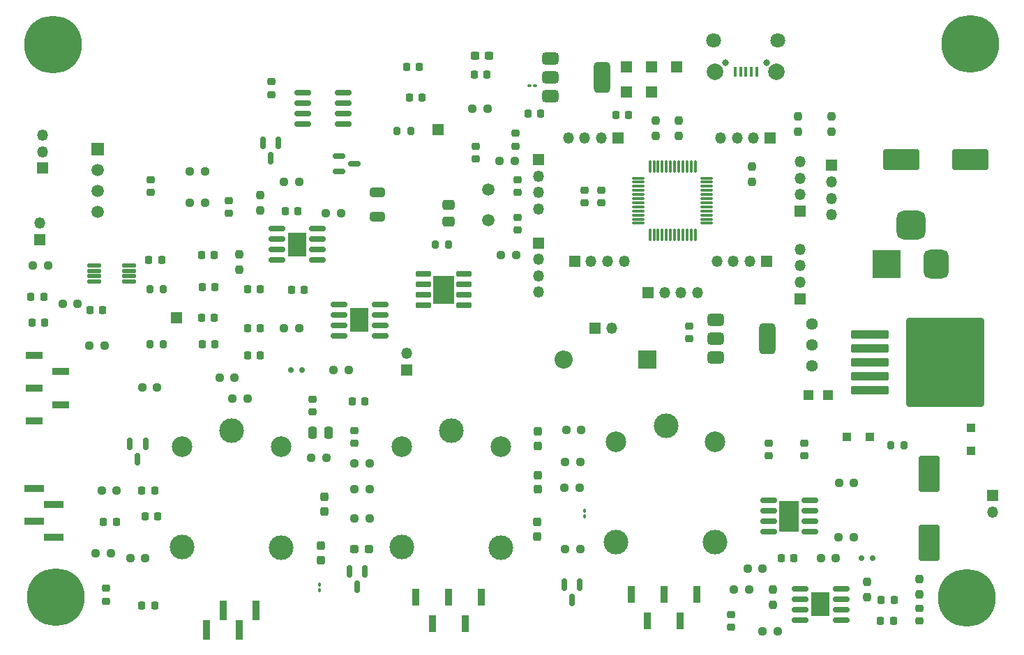
<source format=gbr>
%TF.GenerationSoftware,KiCad,Pcbnew,8.0.4*%
%TF.CreationDate,2024-09-30T00:09:27+07:00*%
%TF.ProjectId,Schematic_editted,53636865-6d61-4746-9963-5f6564697474,rev?*%
%TF.SameCoordinates,Original*%
%TF.FileFunction,Soldermask,Top*%
%TF.FilePolarity,Negative*%
%FSLAX46Y46*%
G04 Gerber Fmt 4.6, Leading zero omitted, Abs format (unit mm)*
G04 Created by KiCad (PCBNEW 8.0.4) date 2024-09-30 00:09:27*
%MOMM*%
%LPD*%
G01*
G04 APERTURE LIST*
G04 Aperture macros list*
%AMRoundRect*
0 Rectangle with rounded corners*
0 $1 Rounding radius*
0 $2 $3 $4 $5 $6 $7 $8 $9 X,Y pos of 4 corners*
0 Add a 4 corners polygon primitive as box body*
4,1,4,$2,$3,$4,$5,$6,$7,$8,$9,$2,$3,0*
0 Add four circle primitives for the rounded corners*
1,1,$1+$1,$2,$3*
1,1,$1+$1,$4,$5*
1,1,$1+$1,$6,$7*
1,1,$1+$1,$8,$9*
0 Add four rect primitives between the rounded corners*
20,1,$1+$1,$2,$3,$4,$5,0*
20,1,$1+$1,$4,$5,$6,$7,0*
20,1,$1+$1,$6,$7,$8,$9,0*
20,1,$1+$1,$8,$9,$2,$3,0*%
G04 Aperture macros list end*
%ADD10R,1.350000X1.350000*%
%ADD11O,1.350000X1.350000*%
%ADD12RoundRect,0.237500X-0.250000X-0.237500X0.250000X-0.237500X0.250000X0.237500X-0.250000X0.237500X0*%
%ADD13RoundRect,0.225000X0.250000X-0.225000X0.250000X0.225000X-0.250000X0.225000X-0.250000X-0.225000X0*%
%ADD14RoundRect,0.200000X-0.200000X-0.275000X0.200000X-0.275000X0.200000X0.275000X-0.200000X0.275000X0*%
%ADD15RoundRect,0.150000X-0.150000X0.587500X-0.150000X-0.587500X0.150000X-0.587500X0.150000X0.587500X0*%
%ADD16RoundRect,0.225000X-0.225000X-0.250000X0.225000X-0.250000X0.225000X0.250000X-0.225000X0.250000X0*%
%ADD17R,2.290000X3.000000*%
%ADD18RoundRect,0.150000X-0.825000X-0.150000X0.825000X-0.150000X0.825000X0.150000X-0.825000X0.150000X0*%
%ADD19R,1.500000X1.500000*%
%ADD20C,1.500000*%
%ADD21RoundRect,0.075000X-0.662500X-0.075000X0.662500X-0.075000X0.662500X0.075000X-0.662500X0.075000X0*%
%ADD22RoundRect,0.075000X-0.075000X-0.662500X0.075000X-0.662500X0.075000X0.662500X-0.075000X0.662500X0*%
%ADD23RoundRect,0.225000X-0.250000X0.225000X-0.250000X-0.225000X0.250000X-0.225000X0.250000X0.225000X0*%
%ADD24RoundRect,0.218750X-0.218750X-0.256250X0.218750X-0.256250X0.218750X0.256250X-0.218750X0.256250X0*%
%ADD25C,1.800000*%
%ADD26C,2.000000*%
%ADD27R,0.450000X1.300000*%
%ADD28C,0.800000*%
%ADD29RoundRect,0.237500X0.250000X0.237500X-0.250000X0.237500X-0.250000X-0.237500X0.250000X-0.237500X0*%
%ADD30RoundRect,0.237500X0.237500X-0.250000X0.237500X0.250000X-0.237500X0.250000X-0.237500X-0.250000X0*%
%ADD31RoundRect,0.237500X-0.237500X0.287500X-0.237500X-0.287500X0.237500X-0.287500X0.237500X0.287500X0*%
%ADD32RoundRect,0.237500X-0.237500X0.250000X-0.237500X-0.250000X0.237500X-0.250000X0.237500X0.250000X0*%
%ADD33RoundRect,0.218750X0.218750X0.256250X-0.218750X0.256250X-0.218750X-0.256250X0.218750X-0.256250X0*%
%ADD34RoundRect,0.150000X-0.587500X-0.150000X0.587500X-0.150000X0.587500X0.150000X-0.587500X0.150000X0*%
%ADD35R,2.200000X2.200000*%
%ADD36O,2.200000X2.200000*%
%ADD37R,0.900000X2.000000*%
%ADD38RoundRect,0.100000X-0.100000X0.130000X-0.100000X-0.130000X0.100000X-0.130000X0.100000X0.130000X0*%
%ADD39RoundRect,0.250000X1.000000X-1.950000X1.000000X1.950000X-1.000000X1.950000X-1.000000X-1.950000X0*%
%ADD40RoundRect,0.237500X0.287500X0.237500X-0.287500X0.237500X-0.287500X-0.237500X0.287500X-0.237500X0*%
%ADD41R,1.200000X1.250000*%
%ADD42C,3.000000*%
%ADD43C,2.500000*%
%ADD44RoundRect,0.225000X0.225000X0.250000X-0.225000X0.250000X-0.225000X-0.250000X0.225000X-0.250000X0*%
%ADD45RoundRect,0.100000X-0.130000X-0.100000X0.130000X-0.100000X0.130000X0.100000X-0.130000X0.100000X0*%
%ADD46RoundRect,0.200000X0.200000X0.275000X-0.200000X0.275000X-0.200000X-0.275000X0.200000X-0.275000X0*%
%ADD47RoundRect,0.250000X-0.250000X-0.475000X0.250000X-0.475000X0.250000X0.475000X-0.250000X0.475000X0*%
%ADD48R,0.850000X2.350000*%
%ADD49RoundRect,0.375000X-0.625000X-0.375000X0.625000X-0.375000X0.625000X0.375000X-0.625000X0.375000X0*%
%ADD50RoundRect,0.500000X-0.500000X-1.400000X0.500000X-1.400000X0.500000X1.400000X-0.500000X1.400000X0*%
%ADD51RoundRect,0.250000X-0.650000X0.325000X-0.650000X-0.325000X0.650000X-0.325000X0.650000X0.325000X0*%
%ADD52C,7.000000*%
%ADD53RoundRect,0.237500X0.300000X0.237500X-0.300000X0.237500X-0.300000X-0.237500X0.300000X-0.237500X0*%
%ADD54RoundRect,0.125000X0.687500X0.125000X-0.687500X0.125000X-0.687500X-0.125000X0.687500X-0.125000X0*%
%ADD55RoundRect,0.218750X-0.256250X0.218750X-0.256250X-0.218750X0.256250X-0.218750X0.256250X0.218750X0*%
%ADD56RoundRect,0.237500X0.237500X-0.287500X0.237500X0.287500X-0.237500X0.287500X-0.237500X-0.287500X0*%
%ADD57RoundRect,0.150000X-0.150000X-0.200000X0.150000X-0.200000X0.150000X0.200000X-0.150000X0.200000X0*%
%ADD58R,2.620000X3.510000*%
%ADD59RoundRect,0.150000X-0.820000X-0.150000X0.820000X-0.150000X0.820000X0.150000X-0.820000X0.150000X0*%
%ADD60R,2.350000X0.850000*%
%ADD61C,1.440000*%
%ADD62RoundRect,0.150000X0.150000X0.200000X-0.150000X0.200000X-0.150000X-0.200000X0.150000X-0.200000X0*%
%ADD63RoundRect,0.218750X0.256250X-0.218750X0.256250X0.218750X-0.256250X0.218750X-0.256250X-0.218750X0*%
%ADD64RoundRect,0.250000X-2.050000X-0.300000X2.050000X-0.300000X2.050000X0.300000X-2.050000X0.300000X0*%
%ADD65RoundRect,0.250002X-4.449998X-5.149998X4.449998X-5.149998X4.449998X5.149998X-4.449998X5.149998X0*%
%ADD66RoundRect,0.250000X0.300000X-0.300000X0.300000X0.300000X-0.300000X0.300000X-0.300000X-0.300000X0*%
%ADD67R,2.410000X3.810000*%
%ADD68RoundRect,0.250000X-0.300000X-0.300000X0.300000X-0.300000X0.300000X0.300000X-0.300000X0.300000X0*%
%ADD69RoundRect,0.250000X0.475000X-0.337500X0.475000X0.337500X-0.475000X0.337500X-0.475000X-0.337500X0*%
%ADD70R,2.000000X0.900000*%
%ADD71RoundRect,0.875000X0.875000X0.875000X-0.875000X0.875000X-0.875000X-0.875000X0.875000X-0.875000X0*%
%ADD72RoundRect,0.750000X0.750000X1.000000X-0.750000X1.000000X-0.750000X-1.000000X0.750000X-1.000000X0*%
%ADD73R,3.500000X3.500000*%
%ADD74RoundRect,0.250000X1.950000X1.000000X-1.950000X1.000000X-1.950000X-1.000000X1.950000X-1.000000X0*%
G04 APERTURE END LIST*
D10*
%TO.C,J32*%
X109572000Y-103120000D03*
%TD*%
%TO.C,J26*%
X166784000Y-100076000D03*
D11*
X168784000Y-100076000D03*
X170784000Y-100076000D03*
X172784000Y-100076000D03*
%TD*%
D12*
%TO.C,R8*%
X178867000Y-133600000D03*
X180692000Y-133600000D03*
%TD*%
D13*
%TO.C,C4-1*%
X159100000Y-89167000D03*
X159100000Y-87617000D03*
%TD*%
D14*
%TO.C,R36*%
X106310900Y-106381400D03*
X107960900Y-106381400D03*
%TD*%
D15*
%TO.C,Q2*%
X132432000Y-133932500D03*
X130532000Y-133932500D03*
X131482000Y-135807500D03*
%TD*%
D16*
%TO.C,C14*%
X195017600Y-139950000D03*
X196567600Y-139950000D03*
%TD*%
D17*
%TO.C,U6*%
X124192000Y-94230000D03*
D18*
X126667000Y-92325000D03*
X126667000Y-93595000D03*
X126667000Y-94865000D03*
X126667000Y-96135000D03*
X121717000Y-96135000D03*
X121717000Y-94865000D03*
X121717000Y-93595000D03*
X121717000Y-92325000D03*
%TD*%
D10*
%TO.C,J24*%
X153512000Y-94028000D03*
D11*
X153512000Y-96028000D03*
X153512000Y-98028000D03*
X153512000Y-100028000D03*
%TD*%
D12*
%TO.C,RV2*%
X98998700Y-106483000D03*
X100823700Y-106483000D03*
%TD*%
D19*
%TO.C,U9*%
X100023900Y-82607000D03*
D20*
X100023900Y-85147000D03*
X100023900Y-87687000D03*
X100023900Y-90227000D03*
%TD*%
D21*
%TO.C,U4*%
X165605500Y-86150000D03*
X165605500Y-86650000D03*
X165605500Y-87150000D03*
X165605500Y-87650000D03*
X165605500Y-88150000D03*
X165605500Y-88650000D03*
X165605500Y-89150000D03*
X165605500Y-89650000D03*
X165605500Y-90150000D03*
X165605500Y-90650000D03*
X165605500Y-91150000D03*
X165605500Y-91650000D03*
D22*
X167018000Y-93062500D03*
X167518000Y-93062500D03*
X168018000Y-93062500D03*
X168518000Y-93062500D03*
X169018000Y-93062500D03*
X169518000Y-93062500D03*
X170018000Y-93062500D03*
X170518000Y-93062500D03*
X171018000Y-93062500D03*
X171518000Y-93062500D03*
X172018000Y-93062500D03*
X172518000Y-93062500D03*
D21*
X173930500Y-91650000D03*
X173930500Y-91150000D03*
X173930500Y-90650000D03*
X173930500Y-90150000D03*
X173930500Y-89650000D03*
X173930500Y-89150000D03*
X173930500Y-88650000D03*
X173930500Y-88150000D03*
X173930500Y-87650000D03*
X173930500Y-87150000D03*
X173930500Y-86650000D03*
X173930500Y-86150000D03*
D22*
X172518000Y-84737500D03*
X172018000Y-84737500D03*
X171518000Y-84737500D03*
X171018000Y-84737500D03*
X170518000Y-84737500D03*
X170018000Y-84737500D03*
X169518000Y-84737500D03*
X169018000Y-84737500D03*
X168518000Y-84737500D03*
X168018000Y-84737500D03*
X167518000Y-84737500D03*
X167018000Y-84737500D03*
%TD*%
D23*
%TO.C,C12*%
X199742000Y-138400000D03*
X199742000Y-139950000D03*
%TD*%
D24*
%TO.C,D7*%
X105324500Y-138060000D03*
X106899500Y-138060000D03*
%TD*%
D25*
%TO.C,J13*%
X174788000Y-69420000D03*
D26*
X174938000Y-73220000D03*
X182388000Y-73220000D03*
D25*
X182538000Y-69420000D03*
D27*
X177363000Y-73270000D03*
X178013000Y-73270000D03*
X178663000Y-73270000D03*
X179313000Y-73270000D03*
X179963000Y-73270000D03*
D28*
X176163000Y-72170000D03*
X181163000Y-72170000D03*
%TD*%
D10*
%TO.C,J23*%
X153512000Y-83916000D03*
D11*
X153512000Y-85916000D03*
X153512000Y-87916000D03*
X153512000Y-89916000D03*
%TD*%
D29*
%TO.C,R26*%
X132987000Y-123944800D03*
X131162000Y-123944800D03*
%TD*%
D30*
%TO.C,R2\u002C2*%
X189072000Y-80518000D03*
X189072000Y-78693000D03*
%TD*%
D23*
%TO.C,C3*%
X176882000Y-139175000D03*
X176882000Y-140725000D03*
%TD*%
D10*
%TO.C,J21*%
X181610000Y-81280000D03*
D11*
X179610000Y-81280000D03*
X177610000Y-81280000D03*
X175610000Y-81280000D03*
%TD*%
D13*
%TO.C,C2-1*%
X150972000Y-92482000D03*
X150972000Y-90932000D03*
%TD*%
D31*
%TO.C,D17*%
X153295000Y-127972000D03*
X153295000Y-129722000D03*
%TD*%
D10*
%TO.C,J31*%
X141322000Y-80260000D03*
%TD*%
D32*
%TO.C,R23*%
X119732000Y-88237500D03*
X119732000Y-90062500D03*
%TD*%
D29*
%TO.C,R3\u002C1*%
X150614500Y-84074000D03*
X148789500Y-84074000D03*
%TD*%
D14*
%TO.C,R27*%
X196221063Y-118645763D03*
X197871063Y-118645763D03*
%TD*%
D10*
%TO.C,J12*%
X167228000Y-72644000D03*
%TD*%
%TO.C,J28*%
X185262000Y-90170000D03*
D11*
X185262000Y-88170000D03*
X185262000Y-86170000D03*
X185262000Y-84170000D03*
%TD*%
D10*
%TO.C,OP_AMP_3*%
X137512000Y-109470000D03*
D11*
X137512000Y-107470000D03*
%TD*%
D14*
%TO.C,R34*%
X106324100Y-99675800D03*
X107974100Y-99675800D03*
%TD*%
D29*
%TO.C,R4\u002C1*%
X147312500Y-77724000D03*
X145487500Y-77724000D03*
%TD*%
D13*
%TO.C,C17*%
X115922000Y-90420000D03*
X115922000Y-88870000D03*
%TD*%
D10*
%TO.C,J14*%
X164180000Y-75692000D03*
%TD*%
D29*
%TO.C,R3*%
X148942000Y-95500000D03*
X150767000Y-95500000D03*
%TD*%
D33*
%TO.C,POWER_LED1*%
X102257000Y-127900000D03*
X100682000Y-127900000D03*
%TD*%
D23*
%TO.C,C33*%
X126082000Y-113000000D03*
X126082000Y-114550000D03*
%TD*%
D13*
%TO.C,C11*%
X185772000Y-119910000D03*
X185772000Y-118360000D03*
%TD*%
D34*
%TO.C,Q5*%
X129287000Y-83440000D03*
X129287000Y-85340000D03*
X131162000Y-84390000D03*
%TD*%
D35*
%TO.C,D18*%
X166722000Y-108200000D03*
D36*
X156562000Y-108200000D03*
%TD*%
D10*
%TO.C,J16*%
X189072000Y-84614000D03*
D11*
X189072000Y-86614000D03*
X189072000Y-88614000D03*
X189072000Y-90614000D03*
%TD*%
D37*
%TO.C,J8*%
X164722000Y-136750000D03*
X166722000Y-139950000D03*
X168722000Y-136750000D03*
X170722000Y-139950000D03*
X172722000Y-136750000D03*
%TD*%
D12*
%TO.C,R17*%
X103937000Y-132330000D03*
X105762000Y-132330000D03*
%TD*%
D38*
%TO.C,POWER_LED2*%
X126879726Y-136224526D03*
X126879726Y-135584526D03*
%TD*%
D12*
%TO.C,R21*%
X122629500Y-86610000D03*
X124454500Y-86610000D03*
%TD*%
D10*
%TO.C,J15*%
X164180000Y-72644000D03*
%TD*%
D13*
%TO.C,D2*%
X145892000Y-83833000D03*
X145892000Y-82283000D03*
%TD*%
D39*
%TO.C,C30*%
X200919063Y-130465763D03*
X200919063Y-122065763D03*
%TD*%
D29*
%TO.C,R28*%
X132987000Y-120820600D03*
X131162000Y-120820600D03*
%TD*%
D10*
%TO.C,J17*%
X160372000Y-104390000D03*
D11*
X162372000Y-104390000D03*
%TD*%
D40*
%TO.C,D13*%
X132912000Y-131209200D03*
X131162000Y-131209200D03*
%TD*%
D41*
%TO.C,L1*%
X188607063Y-112549763D03*
X186307063Y-112549763D03*
%TD*%
D42*
%TO.C,K3*%
X168962000Y-116210000D03*
D43*
X162912000Y-118160000D03*
D42*
X162912000Y-130360000D03*
X174962000Y-130410000D03*
D43*
X174912000Y-118160000D03*
%TD*%
D31*
%TO.C,D16*%
X153422000Y-116948400D03*
X153422000Y-118698400D03*
%TD*%
D30*
%TO.C,R6*%
X199742000Y-136695000D03*
X199742000Y-134870000D03*
%TD*%
D13*
%TO.C,C38*%
X106399300Y-87877800D03*
X106399300Y-86327800D03*
%TD*%
D44*
%TO.C,C22*%
X124317000Y-90150000D03*
X122767000Y-90150000D03*
%TD*%
D45*
%TO.C,104\u002C1*%
X153070000Y-74930000D03*
X152430000Y-74930000D03*
%TD*%
D29*
%TO.C,R38*%
X158701400Y-116782000D03*
X156876400Y-116782000D03*
%TD*%
D46*
%TO.C,R31*%
X142592000Y-94230000D03*
X140942000Y-94230000D03*
%TD*%
D44*
%TO.C,C15*%
X139062000Y-72640000D03*
X137512000Y-72640000D03*
%TD*%
D47*
%TO.C,C29*%
X126082000Y-117090000D03*
X127982000Y-117090000D03*
%TD*%
D29*
%TO.C,R1*%
X116610100Y-110369200D03*
X114785100Y-110369200D03*
%TD*%
D44*
%TO.C,C10*%
X196643800Y-137410000D03*
X195093800Y-137410000D03*
%TD*%
D20*
%TO.C,Y1*%
X147416000Y-87508000D03*
X147416000Y-91308000D03*
%TD*%
D16*
%TO.C,D1*%
X92022600Y-103708200D03*
X93572600Y-103708200D03*
%TD*%
D48*
%TO.C,J6*%
X119192000Y-138680000D03*
X117192000Y-141030000D03*
X115192000Y-138680000D03*
X113192000Y-141030000D03*
%TD*%
D49*
%TO.C,U1*%
X154934000Y-71614000D03*
X154934000Y-73914000D03*
D50*
X161234000Y-73914000D03*
D49*
X154934000Y-76214000D03*
%TD*%
D44*
%TO.C,C13*%
X139391600Y-76336000D03*
X137841600Y-76336000D03*
%TD*%
D10*
%TO.C,J25*%
X157878000Y-96266000D03*
D11*
X159878000Y-96266000D03*
X161878000Y-96266000D03*
X163878000Y-96266000D03*
%TD*%
D15*
%TO.C,Q1*%
X105792000Y-118405000D03*
X103892000Y-118405000D03*
X104842000Y-120280000D03*
%TD*%
D17*
%TO.C,U7*%
X131782000Y-103390000D03*
D18*
X134257000Y-101485000D03*
X134257000Y-102755000D03*
X134257000Y-104025000D03*
X134257000Y-105295000D03*
X129307000Y-105295000D03*
X129307000Y-104025000D03*
X129307000Y-102755000D03*
X129307000Y-101485000D03*
%TD*%
D12*
%TO.C,R19*%
X111199500Y-89150000D03*
X113024500Y-89150000D03*
%TD*%
D23*
%TO.C,C1-1*%
X150972000Y-86360000D03*
X150972000Y-87910000D03*
%TD*%
D44*
%TO.C,C5*%
X147262500Y-73585500D03*
X145712500Y-73585500D03*
%TD*%
D51*
%TO.C,C31*%
X133905600Y-87903600D03*
X133905600Y-90853600D03*
%TD*%
D10*
%TO.C,J1*%
X92962700Y-93640000D03*
D11*
X92962700Y-91640000D03*
%TD*%
D10*
%TO.C,J22*%
X163116000Y-81280000D03*
D11*
X161116000Y-81280000D03*
X159116000Y-81280000D03*
X157116000Y-81280000D03*
%TD*%
D52*
%TO.C,H7*%
X94596874Y-69964474D03*
%TD*%
D10*
%TO.C,J3*%
X93267500Y-84943800D03*
D11*
X93267500Y-82943800D03*
X93267500Y-80943800D03*
%TD*%
D16*
%TO.C,C27*%
X118182000Y-107692000D03*
X119732000Y-107692000D03*
%TD*%
D53*
%TO.C,104\u002C3*%
X147505826Y-71303426D03*
X145780826Y-71303426D03*
%TD*%
D54*
%TO.C,U2*%
X99562400Y-98720400D03*
X99562400Y-98070400D03*
X99562400Y-97420400D03*
X99562400Y-96770400D03*
X103787400Y-96770400D03*
X103787400Y-97420400D03*
X103787400Y-98070400D03*
X103787400Y-98720400D03*
%TD*%
D16*
%TO.C,C26*%
X118182000Y-104390000D03*
X119732000Y-104390000D03*
%TD*%
D32*
%TO.C,R16*%
X117192000Y-95432200D03*
X117192000Y-97257200D03*
%TD*%
D12*
%TO.C,R30*%
X189950063Y-123217763D03*
X191775063Y-123217763D03*
%TD*%
D30*
%TO.C,R3\u002C4*%
X170530000Y-81026000D03*
X170530000Y-79201000D03*
%TD*%
D55*
%TO.C,D8*%
X101032000Y-136002500D03*
X101032000Y-137577500D03*
%TD*%
D49*
%TO.C,U11*%
X175002000Y-103360000D03*
X175002000Y-105660000D03*
D50*
X181302000Y-105660000D03*
D49*
X175002000Y-107960000D03*
%TD*%
D56*
%TO.C,D15*%
X153396600Y-123970200D03*
X153396600Y-122220200D03*
%TD*%
D32*
%TO.C,R9*%
X193392000Y-135227500D03*
X193392000Y-137052500D03*
%TD*%
D13*
%TO.C,C37*%
X121041600Y-76005800D03*
X121041600Y-74455800D03*
%TD*%
D23*
%TO.C,C16*%
X181438652Y-118335252D03*
X181438652Y-119885252D03*
%TD*%
D10*
%TO.C,J20*%
X185262000Y-100806000D03*
D11*
X185262000Y-98806000D03*
X185262000Y-96806000D03*
X185262000Y-94806000D03*
%TD*%
D16*
%TO.C,C6*%
X99020300Y-102190400D03*
X100570300Y-102190400D03*
%TD*%
D15*
%TO.C,Q3*%
X158522400Y-135552600D03*
X156622400Y-135552600D03*
X157572400Y-137427600D03*
%TD*%
D33*
%TO.C,SW1*%
X153764200Y-78308200D03*
X152189200Y-78308200D03*
%TD*%
D57*
%TO.C,D5*%
X194092000Y-132330000D03*
X192692000Y-132330000D03*
%TD*%
D56*
%TO.C,D10*%
X127082926Y-132585126D03*
X127082926Y-130835126D03*
%TD*%
D52*
%TO.C,H6*%
X205518674Y-137172874D03*
%TD*%
D29*
%TO.C,R12*%
X191764500Y-129790000D03*
X189939500Y-129790000D03*
%TD*%
D12*
%TO.C,R7*%
X92149500Y-96770000D03*
X93974500Y-96770000D03*
%TD*%
D29*
%TO.C,R29*%
X127739526Y-120127726D03*
X125914526Y-120127726D03*
%TD*%
D14*
%TO.C,R32*%
X136332400Y-80437800D03*
X137982400Y-80437800D03*
%TD*%
D29*
%TO.C,R5*%
X182517000Y-141220000D03*
X180692000Y-141220000D03*
%TD*%
D30*
%TO.C,R2\u002C1*%
X179420000Y-86614000D03*
X179420000Y-84789000D03*
%TD*%
D16*
%TO.C,C19*%
X123542000Y-99727500D03*
X125092000Y-99727500D03*
%TD*%
D10*
%TO.C,J30*%
X170276000Y-72644000D03*
%TD*%
D29*
%TO.C,R37*%
X158578200Y-120668200D03*
X156753200Y-120668200D03*
%TD*%
D12*
%TO.C,R20*%
X127709500Y-90420000D03*
X129534500Y-90420000D03*
%TD*%
D58*
%TO.C,U10*%
X141977000Y-99705000D03*
D59*
X144457000Y-97800000D03*
X144457000Y-99070000D03*
X144457000Y-100340000D03*
X144457000Y-101610000D03*
X139497000Y-101610000D03*
X139497000Y-100340000D03*
X139497000Y-99070000D03*
X139497000Y-97800000D03*
%TD*%
D12*
%TO.C,RV3*%
X111199500Y-85340000D03*
X113024500Y-85340000D03*
%TD*%
%TO.C,R15*%
X99769500Y-131710000D03*
X101594500Y-131710000D03*
%TD*%
%TO.C,R2*%
X187757000Y-132330000D03*
X189582000Y-132330000D03*
%TD*%
D15*
%TO.C,Q4*%
X121952000Y-81862500D03*
X120052000Y-81862500D03*
X121002000Y-83737500D03*
%TD*%
D16*
%TO.C,C21*%
X112607000Y-103120000D03*
X114157000Y-103120000D03*
%TD*%
D10*
%TO.C,J11*%
X208632000Y-124710000D03*
D11*
X208632000Y-126710000D03*
%TD*%
D60*
%TO.C,J2*%
X92289100Y-123825600D03*
X94639100Y-125825600D03*
X92289100Y-127825600D03*
X94639100Y-129825600D03*
%TD*%
D61*
%TO.C,RV4*%
X186695063Y-103913763D03*
X186695063Y-106453763D03*
X186695063Y-108993763D03*
%TD*%
D30*
%TO.C,RV1*%
X181962000Y-137965000D03*
X181962000Y-136140000D03*
%TD*%
D38*
%TO.C,POWER_LED3*%
X159102000Y-127250000D03*
X159102000Y-126610000D03*
%TD*%
D16*
%TO.C,C4*%
X130882000Y-113280000D03*
X132432000Y-113280000D03*
%TD*%
D62*
%TO.C,D9*%
X123412000Y-109470000D03*
X124812000Y-109470000D03*
%TD*%
D10*
%TO.C,J27*%
X181150000Y-96266000D03*
D11*
X179150000Y-96266000D03*
X177150000Y-96266000D03*
X175150000Y-96266000D03*
%TD*%
D24*
%TO.C,D4*%
X91870400Y-100580000D03*
X93445400Y-100580000D03*
%TD*%
D16*
%TO.C,C8*%
X105762000Y-127250000D03*
X107312000Y-127250000D03*
%TD*%
%TO.C,C20*%
X112683800Y-99360800D03*
X114233800Y-99360800D03*
%TD*%
D12*
%TO.C,R13*%
X100477000Y-124090000D03*
X102302000Y-124090000D03*
%TD*%
D52*
%TO.C,H8*%
X205950474Y-69888274D03*
%TD*%
D29*
%TO.C,R22*%
X124454500Y-104390000D03*
X122629500Y-104390000D03*
%TD*%
D30*
%TO.C,R3\u002C3*%
X184959100Y-80518000D03*
X184959100Y-78693000D03*
%TD*%
D16*
%TO.C,C7*%
X182952000Y-132330000D03*
X184502000Y-132330000D03*
%TD*%
D12*
%TO.C,R18*%
X116372800Y-112923900D03*
X118197800Y-112923900D03*
%TD*%
D29*
%TO.C,R33*%
X158550900Y-131209200D03*
X156725900Y-131209200D03*
%TD*%
D18*
%TO.C,Q6*%
X129827000Y-75815000D03*
X129827000Y-77085000D03*
X129827000Y-78355000D03*
X129827000Y-79625000D03*
X124877000Y-79625000D03*
X124877000Y-78355000D03*
X124877000Y-77085000D03*
X124877000Y-75815000D03*
%TD*%
D13*
%TO.C,C32*%
X171802000Y-105660000D03*
X171802000Y-104110000D03*
%TD*%
D23*
%TO.C,C36*%
X131162000Y-116810000D03*
X131162000Y-118360000D03*
%TD*%
D63*
%TO.C,D3*%
X150718000Y-82296000D03*
X150718000Y-80721000D03*
%TD*%
D12*
%TO.C,R4*%
X95731300Y-101428400D03*
X97556300Y-101428400D03*
%TD*%
D64*
%TO.C,U8*%
X193711237Y-105149237D03*
X193711237Y-106849237D03*
X193711237Y-108549237D03*
D65*
X202861237Y-108549237D03*
D64*
X193711237Y-110249237D03*
X193711237Y-111949237D03*
%TD*%
D17*
%TO.C,U3*%
X187742000Y-137930000D03*
D18*
X190217000Y-136025000D03*
X190217000Y-137295000D03*
X190217000Y-138565000D03*
X190217000Y-139835000D03*
X185267000Y-139835000D03*
X185267000Y-138565000D03*
X185267000Y-137295000D03*
X185267000Y-136025000D03*
%TD*%
D66*
%TO.C,D11*%
X205999063Y-119283763D03*
X205999063Y-116483763D03*
%TD*%
D67*
%TO.C,U5*%
X183932000Y-127250000D03*
D18*
X186407000Y-125345000D03*
X186407000Y-126615000D03*
X186407000Y-127885000D03*
X186407000Y-129155000D03*
X181457000Y-129155000D03*
X181457000Y-127885000D03*
X181457000Y-126615000D03*
X181457000Y-125345000D03*
%TD*%
D24*
%TO.C,D19*%
X106170500Y-96069000D03*
X107745500Y-96069000D03*
%TD*%
D68*
%TO.C,D14*%
X190883063Y-117629763D03*
X193683063Y-117629763D03*
%TD*%
D32*
%TO.C,R14*%
X167736000Y-79201000D03*
X167736000Y-81026000D03*
%TD*%
D69*
%TO.C,C28*%
X142592000Y-91457500D03*
X142592000Y-89382500D03*
%TD*%
D29*
%TO.C,R11*%
X107210000Y-111610600D03*
X105385000Y-111610600D03*
%TD*%
D70*
%TO.C,J7*%
X92277100Y-115664600D03*
X95477100Y-113664600D03*
X92277100Y-111664600D03*
X95477100Y-109664600D03*
X92277100Y-107664600D03*
%TD*%
D29*
%TO.C,R10*%
X179064500Y-136140000D03*
X177239500Y-136140000D03*
%TD*%
D56*
%TO.C,D12*%
X127514726Y-126655526D03*
X127514726Y-124905526D03*
%TD*%
D52*
%TO.C,H5*%
X94927074Y-137045874D03*
%TD*%
D29*
%TO.C,R35*%
X158476600Y-123741600D03*
X156651600Y-123741600D03*
%TD*%
D71*
%TO.C,J37*%
X198730237Y-91871737D03*
D72*
X201730237Y-96571737D03*
D73*
X195730237Y-96571737D03*
%TD*%
D42*
%TO.C,K1*%
X116272000Y-116860000D03*
D43*
X110222000Y-118810000D03*
D42*
X110222000Y-131010000D03*
X122272000Y-131060000D03*
D43*
X122222000Y-118810000D03*
%TD*%
D44*
%TO.C,C23*%
X114208400Y-106345800D03*
X112658400Y-106345800D03*
%TD*%
%TO.C,C18*%
X114157000Y-95500000D03*
X112607000Y-95500000D03*
%TD*%
D37*
%TO.C,J9*%
X138592000Y-137080000D03*
X140592000Y-140280000D03*
X142592000Y-137080000D03*
X144592000Y-140280000D03*
X146592000Y-137080000D03*
%TD*%
D29*
%TO.C,R24*%
X130447000Y-109470000D03*
X128622000Y-109470000D03*
%TD*%
D13*
%TO.C,C3-1*%
X161132000Y-89167000D03*
X161132000Y-87617000D03*
%TD*%
D10*
%TO.C,J29*%
X167228000Y-75692000D03*
%TD*%
D74*
%TO.C,C25*%
X205930237Y-83930237D03*
X197530237Y-83930237D03*
%TD*%
D42*
%TO.C,K2*%
X142942000Y-116860000D03*
D43*
X136892000Y-118810000D03*
D42*
X136892000Y-131010000D03*
X148942000Y-131060000D03*
D43*
X148892000Y-118810000D03*
%TD*%
D16*
%TO.C,104\u002C5*%
X162910000Y-78486000D03*
X164460000Y-78486000D03*
%TD*%
D33*
%TO.C,D6*%
X106899500Y-124090000D03*
X105324500Y-124090000D03*
%TD*%
D16*
%TO.C,C24*%
X118182000Y-99610800D03*
X119732000Y-99610800D03*
%TD*%
D29*
%TO.C,R25*%
X132987000Y-127500800D03*
X131162000Y-127500800D03*
%TD*%
M02*

</source>
